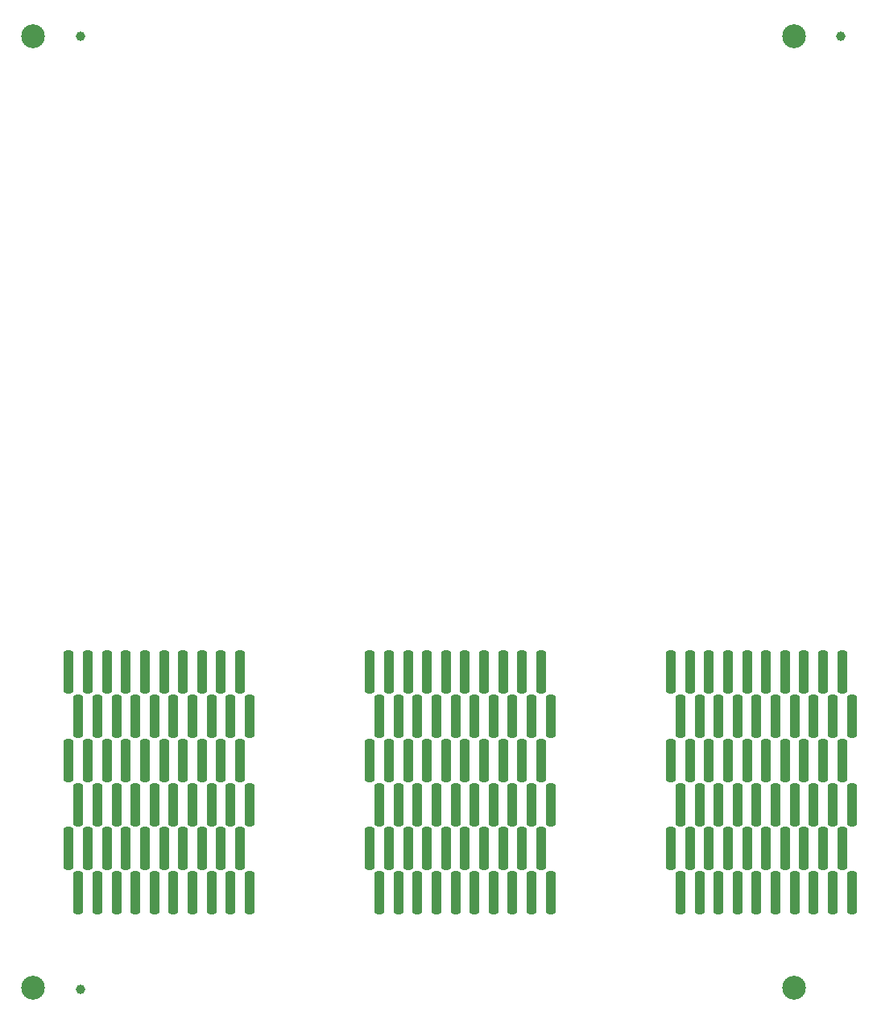
<source format=gbr>
%TF.GenerationSoftware,KiCad,Pcbnew,(6.0.5)*%
%TF.CreationDate,2022-11-09T23:01:59+01:00*%
%TF.ProjectId,piezo_driver_panel,7069657a-6f5f-4647-9269-7665725f7061,rev?*%
%TF.SameCoordinates,PXe4e1c0PYe4e1c0*%
%TF.FileFunction,Soldermask,Bot*%
%TF.FilePolarity,Negative*%
%FSLAX46Y46*%
G04 Gerber Fmt 4.6, Leading zero omitted, Abs format (unit mm)*
G04 Created by KiCad (PCBNEW (6.0.5)) date 2022-11-09 23:01:59*
%MOMM*%
%LPD*%
G01*
G04 APERTURE LIST*
G04 Aperture macros list*
%AMRoundRect*
0 Rectangle with rounded corners*
0 $1 Rounding radius*
0 $2 $3 $4 $5 $6 $7 $8 $9 X,Y pos of 4 corners*
0 Add a 4 corners polygon primitive as box body*
4,1,4,$2,$3,$4,$5,$6,$7,$8,$9,$2,$3,0*
0 Add four circle primitives for the rounded corners*
1,1,$1+$1,$2,$3*
1,1,$1+$1,$4,$5*
1,1,$1+$1,$6,$7*
1,1,$1+$1,$8,$9*
0 Add four rect primitives between the rounded corners*
20,1,$1+$1,$2,$3,$4,$5,0*
20,1,$1+$1,$4,$5,$6,$7,0*
20,1,$1+$1,$6,$7,$8,$9,0*
20,1,$1+$1,$8,$9,$2,$3,0*%
G04 Aperture macros list end*
%ADD10C,2.500000*%
%ADD11RoundRect,0.250000X-0.250000X-2.000000X0.250000X-2.000000X0.250000X2.000000X-0.250000X2.000000X0*%
%ADD12C,1.000000*%
G04 APERTURE END LIST*
D10*
%TO.C,REF\u002A\u002A*%
X2500000Y-102500000D03*
%TD*%
%TO.C,REF\u002A\u002A*%
X2500000Y-2500000D03*
%TD*%
D11*
%TO.C,piezo1*%
X52940000Y-74000000D03*
X43940000Y-87850000D03*
X54940000Y-92500000D03*
X46940000Y-92500000D03*
X47940000Y-78600000D03*
X44940000Y-83250000D03*
X46940000Y-83250000D03*
X48940000Y-83250000D03*
X45940000Y-87850000D03*
X55940000Y-69350000D03*
X55940000Y-78600000D03*
X50940000Y-92500000D03*
X52940000Y-92500000D03*
X47940000Y-69350000D03*
X40940000Y-92500000D03*
X51940000Y-87850000D03*
X39940000Y-78600000D03*
X50940000Y-83250000D03*
X40940000Y-74000000D03*
X56940000Y-83250000D03*
X54940000Y-83250000D03*
X38940000Y-92500000D03*
X38940000Y-83250000D03*
X41940000Y-78600000D03*
X42940000Y-74000000D03*
X42940000Y-92500000D03*
X54940000Y-74000000D03*
X40940000Y-83250000D03*
X50940000Y-74000000D03*
X41940000Y-69350000D03*
X47940000Y-87850000D03*
X49940000Y-87850000D03*
X43940000Y-78600000D03*
X38940000Y-74000000D03*
X53940000Y-69350000D03*
X44940000Y-92500000D03*
X53940000Y-87850000D03*
X45940000Y-78600000D03*
X48940000Y-74000000D03*
X52940000Y-83250000D03*
X46940000Y-74000000D03*
X48940000Y-92500000D03*
X56940000Y-74000000D03*
X45940000Y-69350000D03*
X37940000Y-78600000D03*
X37940000Y-87850000D03*
X43940000Y-69350000D03*
X42940000Y-83250000D03*
X51940000Y-69350000D03*
X39940000Y-87850000D03*
X56940000Y-92500000D03*
X49940000Y-78600000D03*
X55940000Y-87850000D03*
X37940000Y-69350000D03*
X49940000Y-69350000D03*
X51940000Y-78600000D03*
X53940000Y-78600000D03*
X44940000Y-74000000D03*
X41940000Y-87850000D03*
X39940000Y-69350000D03*
%TD*%
D10*
%TO.C,REF\u002A\u002A*%
X82500000Y-2500000D03*
%TD*%
D11*
%TO.C,piezo1*%
X84590000Y-83250000D03*
X87590000Y-78600000D03*
X74590000Y-92500000D03*
X80590000Y-92500000D03*
X84590000Y-92500000D03*
X71590000Y-78600000D03*
X77590000Y-69350000D03*
X74590000Y-83250000D03*
X85590000Y-87850000D03*
X69590000Y-87850000D03*
X69590000Y-69350000D03*
X87590000Y-69350000D03*
X78590000Y-83250000D03*
X75590000Y-87850000D03*
X81590000Y-78600000D03*
X72590000Y-83250000D03*
X73590000Y-69350000D03*
X75590000Y-69350000D03*
X70590000Y-83250000D03*
X76590000Y-92500000D03*
X79590000Y-78600000D03*
X83590000Y-69350000D03*
X76590000Y-83250000D03*
X88590000Y-92500000D03*
X72590000Y-92500000D03*
X86590000Y-83250000D03*
X75590000Y-78600000D03*
X82590000Y-74000000D03*
X70590000Y-92500000D03*
X78590000Y-92500000D03*
X79590000Y-87850000D03*
X76590000Y-74000000D03*
X86590000Y-74000000D03*
X83590000Y-78600000D03*
X73590000Y-87850000D03*
X72590000Y-74000000D03*
X77590000Y-87850000D03*
X82590000Y-92500000D03*
X88590000Y-74000000D03*
X81590000Y-69350000D03*
X74590000Y-74000000D03*
X80590000Y-83250000D03*
X78590000Y-74000000D03*
X80590000Y-74000000D03*
X69590000Y-78600000D03*
X87590000Y-87850000D03*
X85590000Y-78600000D03*
X71590000Y-87850000D03*
X84590000Y-74000000D03*
X81590000Y-87850000D03*
X77590000Y-78600000D03*
X82590000Y-83250000D03*
X83590000Y-87850000D03*
X71590000Y-69350000D03*
X73590000Y-78600000D03*
X86590000Y-92500000D03*
X70590000Y-74000000D03*
X88590000Y-83250000D03*
X79590000Y-69350000D03*
X85590000Y-69350000D03*
%TD*%
%TO.C,piezo1*%
X15290000Y-74000000D03*
X22290000Y-69350000D03*
X21290000Y-83250000D03*
X25290000Y-92500000D03*
X6290000Y-78600000D03*
X22290000Y-87850000D03*
X8290000Y-78600000D03*
X22290000Y-78600000D03*
X7290000Y-74000000D03*
X12290000Y-78600000D03*
X6290000Y-69350000D03*
X10290000Y-87850000D03*
X17290000Y-83250000D03*
X7290000Y-83250000D03*
X20290000Y-78600000D03*
X12290000Y-87850000D03*
X17290000Y-74000000D03*
X21290000Y-74000000D03*
X16290000Y-78600000D03*
X19290000Y-83250000D03*
X24290000Y-69350000D03*
X12290000Y-69350000D03*
X14290000Y-78600000D03*
X8290000Y-87850000D03*
X10290000Y-69350000D03*
X14290000Y-87850000D03*
X8290000Y-69350000D03*
X11290000Y-74000000D03*
X23290000Y-83250000D03*
X9290000Y-74000000D03*
X15290000Y-83250000D03*
X17290000Y-92500000D03*
X19290000Y-74000000D03*
X18290000Y-87850000D03*
X21290000Y-92500000D03*
X23290000Y-92500000D03*
X15290000Y-92500000D03*
X6290000Y-87850000D03*
X19290000Y-92500000D03*
X13290000Y-83250000D03*
X25290000Y-83250000D03*
X14290000Y-69350000D03*
X7290000Y-92500000D03*
X16290000Y-69350000D03*
X13290000Y-92500000D03*
X24290000Y-78600000D03*
X11290000Y-83250000D03*
X18290000Y-78600000D03*
X25290000Y-74000000D03*
X10290000Y-78600000D03*
X11290000Y-92500000D03*
X18290000Y-69350000D03*
X9290000Y-92500000D03*
X13290000Y-74000000D03*
X24290000Y-87850000D03*
X23290000Y-74000000D03*
X20290000Y-87850000D03*
X16290000Y-87850000D03*
X20290000Y-69350000D03*
X9290000Y-83250000D03*
%TD*%
D10*
%TO.C,REF\u002A\u002A*%
X82500000Y-102500000D03*
%TD*%
D12*
%TO.C,REF\u002A\u002A*%
X7500000Y-2500000D03*
%TD*%
%TO.C,REF\u002A\u002A*%
X87450000Y-2500000D03*
%TD*%
%TO.C,REF\u002A\u002A*%
X7500000Y-102700000D03*
%TD*%
M02*

</source>
